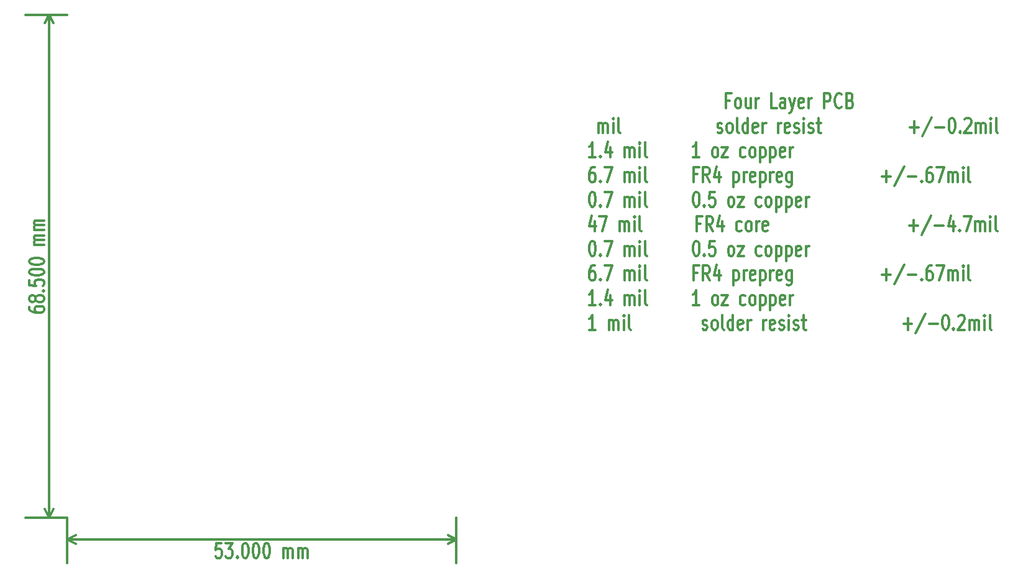
<source format=gbr>
G04 #@! TF.FileFunction,Other,Comment*
%FSLAX46Y46*%
G04 Gerber Fmt 4.6, Leading zero omitted, Abs format (unit mm)*
G04 Created by KiCad (PCBNEW 4.0.6) date 10/15/17 15:06:52*
%MOMM*%
%LPD*%
G01*
G04 APERTURE LIST*
%ADD10C,0.150000*%
%ADD11C,0.304800*%
G04 APERTURE END LIST*
D10*
D11*
X90399145Y47962743D02*
X89891145Y47962743D01*
X89891145Y46898362D02*
X89891145Y48930362D01*
X90616859Y48930362D01*
X91415145Y46898362D02*
X91270003Y46995124D01*
X91197431Y47091886D01*
X91124860Y47285410D01*
X91124860Y47865981D01*
X91197431Y48059505D01*
X91270003Y48156267D01*
X91415145Y48253029D01*
X91632860Y48253029D01*
X91778003Y48156267D01*
X91850574Y48059505D01*
X91923145Y47865981D01*
X91923145Y47285410D01*
X91850574Y47091886D01*
X91778003Y46995124D01*
X91632860Y46898362D01*
X91415145Y46898362D01*
X93229431Y48253029D02*
X93229431Y46898362D01*
X92576288Y48253029D02*
X92576288Y47188648D01*
X92648860Y46995124D01*
X92794002Y46898362D01*
X93011717Y46898362D01*
X93156860Y46995124D01*
X93229431Y47091886D01*
X93955145Y46898362D02*
X93955145Y48253029D01*
X93955145Y47865981D02*
X94027717Y48059505D01*
X94100288Y48156267D01*
X94245431Y48253029D01*
X94390574Y48253029D01*
X96785431Y46898362D02*
X96059717Y46898362D01*
X96059717Y48930362D01*
X97946574Y46898362D02*
X97946574Y47962743D01*
X97874003Y48156267D01*
X97728860Y48253029D01*
X97438574Y48253029D01*
X97293431Y48156267D01*
X97946574Y46995124D02*
X97801431Y46898362D01*
X97438574Y46898362D01*
X97293431Y46995124D01*
X97220860Y47188648D01*
X97220860Y47382171D01*
X97293431Y47575695D01*
X97438574Y47672457D01*
X97801431Y47672457D01*
X97946574Y47769219D01*
X98527145Y48253029D02*
X98890002Y46898362D01*
X99252860Y48253029D02*
X98890002Y46898362D01*
X98744860Y46414552D01*
X98672288Y46317790D01*
X98527145Y46221029D01*
X100414003Y46995124D02*
X100268860Y46898362D01*
X99978574Y46898362D01*
X99833431Y46995124D01*
X99760860Y47188648D01*
X99760860Y47962743D01*
X99833431Y48156267D01*
X99978574Y48253029D01*
X100268860Y48253029D01*
X100414003Y48156267D01*
X100486574Y47962743D01*
X100486574Y47769219D01*
X99760860Y47575695D01*
X101139717Y46898362D02*
X101139717Y48253029D01*
X101139717Y47865981D02*
X101212289Y48059505D01*
X101284860Y48156267D01*
X101430003Y48253029D01*
X101575146Y48253029D01*
X103244289Y46898362D02*
X103244289Y48930362D01*
X103824861Y48930362D01*
X103970003Y48833600D01*
X104042575Y48736838D01*
X104115146Y48543314D01*
X104115146Y48253029D01*
X104042575Y48059505D01*
X103970003Y47962743D01*
X103824861Y47865981D01*
X103244289Y47865981D01*
X105639146Y47091886D02*
X105566575Y46995124D01*
X105348861Y46898362D01*
X105203718Y46898362D01*
X104986003Y46995124D01*
X104840861Y47188648D01*
X104768289Y47382171D01*
X104695718Y47769219D01*
X104695718Y48059505D01*
X104768289Y48446552D01*
X104840861Y48640076D01*
X104986003Y48833600D01*
X105203718Y48930362D01*
X105348861Y48930362D01*
X105566575Y48833600D01*
X105639146Y48736838D01*
X106800289Y47962743D02*
X107018003Y47865981D01*
X107090575Y47769219D01*
X107163146Y47575695D01*
X107163146Y47285410D01*
X107090575Y47091886D01*
X107018003Y46995124D01*
X106872861Y46898362D01*
X106292289Y46898362D01*
X106292289Y48930362D01*
X106800289Y48930362D01*
X106945432Y48833600D01*
X107018003Y48736838D01*
X107090575Y48543314D01*
X107090575Y48349790D01*
X107018003Y48156267D01*
X106945432Y48059505D01*
X106800289Y47962743D01*
X106292289Y47962743D01*
X72474000Y43545562D02*
X72474000Y44900229D01*
X72474000Y44706705D02*
X72546572Y44803467D01*
X72691714Y44900229D01*
X72909429Y44900229D01*
X73054572Y44803467D01*
X73127143Y44609943D01*
X73127143Y43545562D01*
X73127143Y44609943D02*
X73199714Y44803467D01*
X73344857Y44900229D01*
X73562572Y44900229D01*
X73707714Y44803467D01*
X73780286Y44609943D01*
X73780286Y43545562D01*
X74506000Y43545562D02*
X74506000Y44900229D01*
X74506000Y45577562D02*
X74433429Y45480800D01*
X74506000Y45384038D01*
X74578572Y45480800D01*
X74506000Y45577562D01*
X74506000Y45384038D01*
X75449428Y43545562D02*
X75304286Y43642324D01*
X75231714Y43835848D01*
X75231714Y45577562D01*
X88730002Y43642324D02*
X88875145Y43545562D01*
X89165430Y43545562D01*
X89310573Y43642324D01*
X89383145Y43835848D01*
X89383145Y43932610D01*
X89310573Y44126133D01*
X89165430Y44222895D01*
X88947716Y44222895D01*
X88802573Y44319657D01*
X88730002Y44513181D01*
X88730002Y44609943D01*
X88802573Y44803467D01*
X88947716Y44900229D01*
X89165430Y44900229D01*
X89310573Y44803467D01*
X90254001Y43545562D02*
X90108859Y43642324D01*
X90036287Y43739086D01*
X89963716Y43932610D01*
X89963716Y44513181D01*
X90036287Y44706705D01*
X90108859Y44803467D01*
X90254001Y44900229D01*
X90471716Y44900229D01*
X90616859Y44803467D01*
X90689430Y44706705D01*
X90762001Y44513181D01*
X90762001Y43932610D01*
X90689430Y43739086D01*
X90616859Y43642324D01*
X90471716Y43545562D01*
X90254001Y43545562D01*
X91632858Y43545562D02*
X91487716Y43642324D01*
X91415144Y43835848D01*
X91415144Y45577562D01*
X92866573Y43545562D02*
X92866573Y45577562D01*
X92866573Y43642324D02*
X92721430Y43545562D01*
X92431144Y43545562D01*
X92286002Y43642324D01*
X92213430Y43739086D01*
X92140859Y43932610D01*
X92140859Y44513181D01*
X92213430Y44706705D01*
X92286002Y44803467D01*
X92431144Y44900229D01*
X92721430Y44900229D01*
X92866573Y44803467D01*
X94172859Y43642324D02*
X94027716Y43545562D01*
X93737430Y43545562D01*
X93592287Y43642324D01*
X93519716Y43835848D01*
X93519716Y44609943D01*
X93592287Y44803467D01*
X93737430Y44900229D01*
X94027716Y44900229D01*
X94172859Y44803467D01*
X94245430Y44609943D01*
X94245430Y44416419D01*
X93519716Y44222895D01*
X94898573Y43545562D02*
X94898573Y44900229D01*
X94898573Y44513181D02*
X94971145Y44706705D01*
X95043716Y44803467D01*
X95188859Y44900229D01*
X95334002Y44900229D01*
X97003145Y43545562D02*
X97003145Y44900229D01*
X97003145Y44513181D02*
X97075717Y44706705D01*
X97148288Y44803467D01*
X97293431Y44900229D01*
X97438574Y44900229D01*
X98527146Y43642324D02*
X98382003Y43545562D01*
X98091717Y43545562D01*
X97946574Y43642324D01*
X97874003Y43835848D01*
X97874003Y44609943D01*
X97946574Y44803467D01*
X98091717Y44900229D01*
X98382003Y44900229D01*
X98527146Y44803467D01*
X98599717Y44609943D01*
X98599717Y44416419D01*
X97874003Y44222895D01*
X99180289Y43642324D02*
X99325432Y43545562D01*
X99615717Y43545562D01*
X99760860Y43642324D01*
X99833432Y43835848D01*
X99833432Y43932610D01*
X99760860Y44126133D01*
X99615717Y44222895D01*
X99398003Y44222895D01*
X99252860Y44319657D01*
X99180289Y44513181D01*
X99180289Y44609943D01*
X99252860Y44803467D01*
X99398003Y44900229D01*
X99615717Y44900229D01*
X99760860Y44803467D01*
X100486574Y43545562D02*
X100486574Y44900229D01*
X100486574Y45577562D02*
X100414003Y45480800D01*
X100486574Y45384038D01*
X100559146Y45480800D01*
X100486574Y45577562D01*
X100486574Y45384038D01*
X101139717Y43642324D02*
X101284860Y43545562D01*
X101575145Y43545562D01*
X101720288Y43642324D01*
X101792860Y43835848D01*
X101792860Y43932610D01*
X101720288Y44126133D01*
X101575145Y44222895D01*
X101357431Y44222895D01*
X101212288Y44319657D01*
X101139717Y44513181D01*
X101139717Y44609943D01*
X101212288Y44803467D01*
X101357431Y44900229D01*
X101575145Y44900229D01*
X101720288Y44803467D01*
X102228288Y44900229D02*
X102808859Y44900229D01*
X102446002Y45577562D02*
X102446002Y43835848D01*
X102518574Y43642324D01*
X102663716Y43545562D01*
X102808859Y43545562D01*
X114928289Y44319657D02*
X116089432Y44319657D01*
X115508861Y43545562D02*
X115508861Y45093752D01*
X117903718Y45674324D02*
X116597432Y43061752D01*
X118411717Y44319657D02*
X119572860Y44319657D01*
X120588860Y45577562D02*
X120734003Y45577562D01*
X120879146Y45480800D01*
X120951717Y45384038D01*
X121024288Y45190514D01*
X121096860Y44803467D01*
X121096860Y44319657D01*
X121024288Y43932610D01*
X120951717Y43739086D01*
X120879146Y43642324D01*
X120734003Y43545562D01*
X120588860Y43545562D01*
X120443717Y43642324D01*
X120371146Y43739086D01*
X120298574Y43932610D01*
X120226003Y44319657D01*
X120226003Y44803467D01*
X120298574Y45190514D01*
X120371146Y45384038D01*
X120443717Y45480800D01*
X120588860Y45577562D01*
X121750003Y43739086D02*
X121822575Y43642324D01*
X121750003Y43545562D01*
X121677432Y43642324D01*
X121750003Y43739086D01*
X121750003Y43545562D01*
X122403146Y45384038D02*
X122475717Y45480800D01*
X122620860Y45577562D01*
X122983717Y45577562D01*
X123128860Y45480800D01*
X123201431Y45384038D01*
X123274003Y45190514D01*
X123274003Y44996990D01*
X123201431Y44706705D01*
X122330574Y43545562D01*
X123274003Y43545562D01*
X123927146Y43545562D02*
X123927146Y44900229D01*
X123927146Y44706705D02*
X123999718Y44803467D01*
X124144860Y44900229D01*
X124362575Y44900229D01*
X124507718Y44803467D01*
X124580289Y44609943D01*
X124580289Y43545562D01*
X124580289Y44609943D02*
X124652860Y44803467D01*
X124798003Y44900229D01*
X125015718Y44900229D01*
X125160860Y44803467D01*
X125233432Y44609943D01*
X125233432Y43545562D01*
X125959146Y43545562D02*
X125959146Y44900229D01*
X125959146Y45577562D02*
X125886575Y45480800D01*
X125959146Y45384038D01*
X126031718Y45480800D01*
X125959146Y45577562D01*
X125959146Y45384038D01*
X126902574Y43545562D02*
X126757432Y43642324D01*
X126684860Y43835848D01*
X126684860Y45577562D01*
X72111143Y40192762D02*
X71240286Y40192762D01*
X71675714Y40192762D02*
X71675714Y42224762D01*
X71530571Y41934476D01*
X71385429Y41740952D01*
X71240286Y41644190D01*
X72764286Y40386286D02*
X72836858Y40289524D01*
X72764286Y40192762D01*
X72691715Y40289524D01*
X72764286Y40386286D01*
X72764286Y40192762D01*
X74143143Y41547429D02*
X74143143Y40192762D01*
X73780286Y42321524D02*
X73417429Y40870095D01*
X74360857Y40870095D01*
X76102572Y40192762D02*
X76102572Y41547429D01*
X76102572Y41353905D02*
X76175144Y41450667D01*
X76320286Y41547429D01*
X76538001Y41547429D01*
X76683144Y41450667D01*
X76755715Y41257143D01*
X76755715Y40192762D01*
X76755715Y41257143D02*
X76828286Y41450667D01*
X76973429Y41547429D01*
X77191144Y41547429D01*
X77336286Y41450667D01*
X77408858Y41257143D01*
X77408858Y40192762D01*
X78134572Y40192762D02*
X78134572Y41547429D01*
X78134572Y42224762D02*
X78062001Y42128000D01*
X78134572Y42031238D01*
X78207144Y42128000D01*
X78134572Y42224762D01*
X78134572Y42031238D01*
X79078000Y40192762D02*
X78932858Y40289524D01*
X78860286Y40483048D01*
X78860286Y42224762D01*
X86262573Y40192762D02*
X85391716Y40192762D01*
X85827144Y40192762D02*
X85827144Y42224762D01*
X85682001Y41934476D01*
X85536859Y41740952D01*
X85391716Y41644190D01*
X88294573Y40192762D02*
X88149431Y40289524D01*
X88076859Y40386286D01*
X88004288Y40579810D01*
X88004288Y41160381D01*
X88076859Y41353905D01*
X88149431Y41450667D01*
X88294573Y41547429D01*
X88512288Y41547429D01*
X88657431Y41450667D01*
X88730002Y41353905D01*
X88802573Y41160381D01*
X88802573Y40579810D01*
X88730002Y40386286D01*
X88657431Y40289524D01*
X88512288Y40192762D01*
X88294573Y40192762D01*
X89310573Y41547429D02*
X90108859Y41547429D01*
X89310573Y40192762D01*
X90108859Y40192762D01*
X92503716Y40289524D02*
X92358573Y40192762D01*
X92068287Y40192762D01*
X91923145Y40289524D01*
X91850573Y40386286D01*
X91778002Y40579810D01*
X91778002Y41160381D01*
X91850573Y41353905D01*
X91923145Y41450667D01*
X92068287Y41547429D01*
X92358573Y41547429D01*
X92503716Y41450667D01*
X93374573Y40192762D02*
X93229431Y40289524D01*
X93156859Y40386286D01*
X93084288Y40579810D01*
X93084288Y41160381D01*
X93156859Y41353905D01*
X93229431Y41450667D01*
X93374573Y41547429D01*
X93592288Y41547429D01*
X93737431Y41450667D01*
X93810002Y41353905D01*
X93882573Y41160381D01*
X93882573Y40579810D01*
X93810002Y40386286D01*
X93737431Y40289524D01*
X93592288Y40192762D01*
X93374573Y40192762D01*
X94535716Y41547429D02*
X94535716Y39515429D01*
X94535716Y41450667D02*
X94680859Y41547429D01*
X94971145Y41547429D01*
X95116288Y41450667D01*
X95188859Y41353905D01*
X95261430Y41160381D01*
X95261430Y40579810D01*
X95188859Y40386286D01*
X95116288Y40289524D01*
X94971145Y40192762D01*
X94680859Y40192762D01*
X94535716Y40289524D01*
X95914573Y41547429D02*
X95914573Y39515429D01*
X95914573Y41450667D02*
X96059716Y41547429D01*
X96350002Y41547429D01*
X96495145Y41450667D01*
X96567716Y41353905D01*
X96640287Y41160381D01*
X96640287Y40579810D01*
X96567716Y40386286D01*
X96495145Y40289524D01*
X96350002Y40192762D01*
X96059716Y40192762D01*
X95914573Y40289524D01*
X97874002Y40289524D02*
X97728859Y40192762D01*
X97438573Y40192762D01*
X97293430Y40289524D01*
X97220859Y40483048D01*
X97220859Y41257143D01*
X97293430Y41450667D01*
X97438573Y41547429D01*
X97728859Y41547429D01*
X97874002Y41450667D01*
X97946573Y41257143D01*
X97946573Y41063619D01*
X97220859Y40870095D01*
X98599716Y40192762D02*
X98599716Y41547429D01*
X98599716Y41160381D02*
X98672288Y41353905D01*
X98744859Y41450667D01*
X98890002Y41547429D01*
X99035145Y41547429D01*
X71966000Y38871962D02*
X71675714Y38871962D01*
X71530571Y38775200D01*
X71458000Y38678438D01*
X71312857Y38388152D01*
X71240286Y38001105D01*
X71240286Y37227010D01*
X71312857Y37033486D01*
X71385429Y36936724D01*
X71530571Y36839962D01*
X71820857Y36839962D01*
X71966000Y36936724D01*
X72038571Y37033486D01*
X72111143Y37227010D01*
X72111143Y37710819D01*
X72038571Y37904343D01*
X71966000Y38001105D01*
X71820857Y38097867D01*
X71530571Y38097867D01*
X71385429Y38001105D01*
X71312857Y37904343D01*
X71240286Y37710819D01*
X72764286Y37033486D02*
X72836858Y36936724D01*
X72764286Y36839962D01*
X72691715Y36936724D01*
X72764286Y37033486D01*
X72764286Y36839962D01*
X73344857Y38871962D02*
X74360857Y38871962D01*
X73707714Y36839962D01*
X76102572Y36839962D02*
X76102572Y38194629D01*
X76102572Y38001105D02*
X76175144Y38097867D01*
X76320286Y38194629D01*
X76538001Y38194629D01*
X76683144Y38097867D01*
X76755715Y37904343D01*
X76755715Y36839962D01*
X76755715Y37904343D02*
X76828286Y38097867D01*
X76973429Y38194629D01*
X77191144Y38194629D01*
X77336286Y38097867D01*
X77408858Y37904343D01*
X77408858Y36839962D01*
X78134572Y36839962D02*
X78134572Y38194629D01*
X78134572Y38871962D02*
X78062001Y38775200D01*
X78134572Y38678438D01*
X78207144Y38775200D01*
X78134572Y38871962D01*
X78134572Y38678438D01*
X79078000Y36839962D02*
X78932858Y36936724D01*
X78860286Y37130248D01*
X78860286Y38871962D01*
X85972287Y37904343D02*
X85464287Y37904343D01*
X85464287Y36839962D02*
X85464287Y38871962D01*
X86190001Y38871962D01*
X87641430Y36839962D02*
X87133430Y37807581D01*
X86770573Y36839962D02*
X86770573Y38871962D01*
X87351145Y38871962D01*
X87496287Y38775200D01*
X87568859Y38678438D01*
X87641430Y38484914D01*
X87641430Y38194629D01*
X87568859Y38001105D01*
X87496287Y37904343D01*
X87351145Y37807581D01*
X86770573Y37807581D01*
X88947716Y38194629D02*
X88947716Y36839962D01*
X88584859Y38968724D02*
X88222002Y37517295D01*
X89165430Y37517295D01*
X90907145Y38194629D02*
X90907145Y36162629D01*
X90907145Y38097867D02*
X91052288Y38194629D01*
X91342574Y38194629D01*
X91487717Y38097867D01*
X91560288Y38001105D01*
X91632859Y37807581D01*
X91632859Y37227010D01*
X91560288Y37033486D01*
X91487717Y36936724D01*
X91342574Y36839962D01*
X91052288Y36839962D01*
X90907145Y36936724D01*
X92286002Y36839962D02*
X92286002Y38194629D01*
X92286002Y37807581D02*
X92358574Y38001105D01*
X92431145Y38097867D01*
X92576288Y38194629D01*
X92721431Y38194629D01*
X93810003Y36936724D02*
X93664860Y36839962D01*
X93374574Y36839962D01*
X93229431Y36936724D01*
X93156860Y37130248D01*
X93156860Y37904343D01*
X93229431Y38097867D01*
X93374574Y38194629D01*
X93664860Y38194629D01*
X93810003Y38097867D01*
X93882574Y37904343D01*
X93882574Y37710819D01*
X93156860Y37517295D01*
X94535717Y38194629D02*
X94535717Y36162629D01*
X94535717Y38097867D02*
X94680860Y38194629D01*
X94971146Y38194629D01*
X95116289Y38097867D01*
X95188860Y38001105D01*
X95261431Y37807581D01*
X95261431Y37227010D01*
X95188860Y37033486D01*
X95116289Y36936724D01*
X94971146Y36839962D01*
X94680860Y36839962D01*
X94535717Y36936724D01*
X95914574Y36839962D02*
X95914574Y38194629D01*
X95914574Y37807581D02*
X95987146Y38001105D01*
X96059717Y38097867D01*
X96204860Y38194629D01*
X96350003Y38194629D01*
X97438575Y36936724D02*
X97293432Y36839962D01*
X97003146Y36839962D01*
X96858003Y36936724D01*
X96785432Y37130248D01*
X96785432Y37904343D01*
X96858003Y38097867D01*
X97003146Y38194629D01*
X97293432Y38194629D01*
X97438575Y38097867D01*
X97511146Y37904343D01*
X97511146Y37710819D01*
X96785432Y37517295D01*
X98817432Y38194629D02*
X98817432Y36549676D01*
X98744861Y36356152D01*
X98672289Y36259390D01*
X98527146Y36162629D01*
X98309432Y36162629D01*
X98164289Y36259390D01*
X98817432Y36936724D02*
X98672289Y36839962D01*
X98382003Y36839962D01*
X98236861Y36936724D01*
X98164289Y37033486D01*
X98091718Y37227010D01*
X98091718Y37807581D01*
X98164289Y38001105D01*
X98236861Y38097867D01*
X98382003Y38194629D01*
X98672289Y38194629D01*
X98817432Y38097867D01*
X111154576Y37614057D02*
X112315719Y37614057D01*
X111735148Y36839962D02*
X111735148Y38388152D01*
X114130005Y38968724D02*
X112823719Y36356152D01*
X114638004Y37614057D02*
X115799147Y37614057D01*
X116524861Y37033486D02*
X116597433Y36936724D01*
X116524861Y36839962D01*
X116452290Y36936724D01*
X116524861Y37033486D01*
X116524861Y36839962D01*
X117903718Y38871962D02*
X117613432Y38871962D01*
X117468289Y38775200D01*
X117395718Y38678438D01*
X117250575Y38388152D01*
X117178004Y38001105D01*
X117178004Y37227010D01*
X117250575Y37033486D01*
X117323147Y36936724D01*
X117468289Y36839962D01*
X117758575Y36839962D01*
X117903718Y36936724D01*
X117976289Y37033486D01*
X118048861Y37227010D01*
X118048861Y37710819D01*
X117976289Y37904343D01*
X117903718Y38001105D01*
X117758575Y38097867D01*
X117468289Y38097867D01*
X117323147Y38001105D01*
X117250575Y37904343D01*
X117178004Y37710819D01*
X118556861Y38871962D02*
X119572861Y38871962D01*
X118919718Y36839962D01*
X120153433Y36839962D02*
X120153433Y38194629D01*
X120153433Y38001105D02*
X120226005Y38097867D01*
X120371147Y38194629D01*
X120588862Y38194629D01*
X120734005Y38097867D01*
X120806576Y37904343D01*
X120806576Y36839962D01*
X120806576Y37904343D02*
X120879147Y38097867D01*
X121024290Y38194629D01*
X121242005Y38194629D01*
X121387147Y38097867D01*
X121459719Y37904343D01*
X121459719Y36839962D01*
X122185433Y36839962D02*
X122185433Y38194629D01*
X122185433Y38871962D02*
X122112862Y38775200D01*
X122185433Y38678438D01*
X122258005Y38775200D01*
X122185433Y38871962D01*
X122185433Y38678438D01*
X123128861Y36839962D02*
X122983719Y36936724D01*
X122911147Y37130248D01*
X122911147Y38871962D01*
X71603143Y35519162D02*
X71748286Y35519162D01*
X71893429Y35422400D01*
X71966000Y35325638D01*
X72038571Y35132114D01*
X72111143Y34745067D01*
X72111143Y34261257D01*
X72038571Y33874210D01*
X71966000Y33680686D01*
X71893429Y33583924D01*
X71748286Y33487162D01*
X71603143Y33487162D01*
X71458000Y33583924D01*
X71385429Y33680686D01*
X71312857Y33874210D01*
X71240286Y34261257D01*
X71240286Y34745067D01*
X71312857Y35132114D01*
X71385429Y35325638D01*
X71458000Y35422400D01*
X71603143Y35519162D01*
X72764286Y33680686D02*
X72836858Y33583924D01*
X72764286Y33487162D01*
X72691715Y33583924D01*
X72764286Y33680686D01*
X72764286Y33487162D01*
X73344857Y35519162D02*
X74360857Y35519162D01*
X73707714Y33487162D01*
X76102572Y33487162D02*
X76102572Y34841829D01*
X76102572Y34648305D02*
X76175144Y34745067D01*
X76320286Y34841829D01*
X76538001Y34841829D01*
X76683144Y34745067D01*
X76755715Y34551543D01*
X76755715Y33487162D01*
X76755715Y34551543D02*
X76828286Y34745067D01*
X76973429Y34841829D01*
X77191144Y34841829D01*
X77336286Y34745067D01*
X77408858Y34551543D01*
X77408858Y33487162D01*
X78134572Y33487162D02*
X78134572Y34841829D01*
X78134572Y35519162D02*
X78062001Y35422400D01*
X78134572Y35325638D01*
X78207144Y35422400D01*
X78134572Y35519162D01*
X78134572Y35325638D01*
X79078000Y33487162D02*
X78932858Y33583924D01*
X78860286Y33777448D01*
X78860286Y35519162D01*
X85754573Y35519162D02*
X85899716Y35519162D01*
X86044859Y35422400D01*
X86117430Y35325638D01*
X86190001Y35132114D01*
X86262573Y34745067D01*
X86262573Y34261257D01*
X86190001Y33874210D01*
X86117430Y33680686D01*
X86044859Y33583924D01*
X85899716Y33487162D01*
X85754573Y33487162D01*
X85609430Y33583924D01*
X85536859Y33680686D01*
X85464287Y33874210D01*
X85391716Y34261257D01*
X85391716Y34745067D01*
X85464287Y35132114D01*
X85536859Y35325638D01*
X85609430Y35422400D01*
X85754573Y35519162D01*
X86915716Y33680686D02*
X86988288Y33583924D01*
X86915716Y33487162D01*
X86843145Y33583924D01*
X86915716Y33680686D01*
X86915716Y33487162D01*
X88367144Y35519162D02*
X87641430Y35519162D01*
X87568859Y34551543D01*
X87641430Y34648305D01*
X87786573Y34745067D01*
X88149430Y34745067D01*
X88294573Y34648305D01*
X88367144Y34551543D01*
X88439716Y34358019D01*
X88439716Y33874210D01*
X88367144Y33680686D01*
X88294573Y33583924D01*
X88149430Y33487162D01*
X87786573Y33487162D01*
X87641430Y33583924D01*
X87568859Y33680686D01*
X90471716Y33487162D02*
X90326574Y33583924D01*
X90254002Y33680686D01*
X90181431Y33874210D01*
X90181431Y34454781D01*
X90254002Y34648305D01*
X90326574Y34745067D01*
X90471716Y34841829D01*
X90689431Y34841829D01*
X90834574Y34745067D01*
X90907145Y34648305D01*
X90979716Y34454781D01*
X90979716Y33874210D01*
X90907145Y33680686D01*
X90834574Y33583924D01*
X90689431Y33487162D01*
X90471716Y33487162D01*
X91487716Y34841829D02*
X92286002Y34841829D01*
X91487716Y33487162D01*
X92286002Y33487162D01*
X94680859Y33583924D02*
X94535716Y33487162D01*
X94245430Y33487162D01*
X94100288Y33583924D01*
X94027716Y33680686D01*
X93955145Y33874210D01*
X93955145Y34454781D01*
X94027716Y34648305D01*
X94100288Y34745067D01*
X94245430Y34841829D01*
X94535716Y34841829D01*
X94680859Y34745067D01*
X95551716Y33487162D02*
X95406574Y33583924D01*
X95334002Y33680686D01*
X95261431Y33874210D01*
X95261431Y34454781D01*
X95334002Y34648305D01*
X95406574Y34745067D01*
X95551716Y34841829D01*
X95769431Y34841829D01*
X95914574Y34745067D01*
X95987145Y34648305D01*
X96059716Y34454781D01*
X96059716Y33874210D01*
X95987145Y33680686D01*
X95914574Y33583924D01*
X95769431Y33487162D01*
X95551716Y33487162D01*
X96712859Y34841829D02*
X96712859Y32809829D01*
X96712859Y34745067D02*
X96858002Y34841829D01*
X97148288Y34841829D01*
X97293431Y34745067D01*
X97366002Y34648305D01*
X97438573Y34454781D01*
X97438573Y33874210D01*
X97366002Y33680686D01*
X97293431Y33583924D01*
X97148288Y33487162D01*
X96858002Y33487162D01*
X96712859Y33583924D01*
X98091716Y34841829D02*
X98091716Y32809829D01*
X98091716Y34745067D02*
X98236859Y34841829D01*
X98527145Y34841829D01*
X98672288Y34745067D01*
X98744859Y34648305D01*
X98817430Y34454781D01*
X98817430Y33874210D01*
X98744859Y33680686D01*
X98672288Y33583924D01*
X98527145Y33487162D01*
X98236859Y33487162D01*
X98091716Y33583924D01*
X100051145Y33583924D02*
X99906002Y33487162D01*
X99615716Y33487162D01*
X99470573Y33583924D01*
X99398002Y33777448D01*
X99398002Y34551543D01*
X99470573Y34745067D01*
X99615716Y34841829D01*
X99906002Y34841829D01*
X100051145Y34745067D01*
X100123716Y34551543D01*
X100123716Y34358019D01*
X99398002Y34164495D01*
X100776859Y33487162D02*
X100776859Y34841829D01*
X100776859Y34454781D02*
X100849431Y34648305D01*
X100922002Y34745067D01*
X101067145Y34841829D01*
X101212288Y34841829D01*
X71966000Y31489029D02*
X71966000Y30134362D01*
X71603143Y32263124D02*
X71240286Y30811695D01*
X72183714Y30811695D01*
X72619143Y32166362D02*
X73635143Y32166362D01*
X72982000Y30134362D01*
X75376858Y30134362D02*
X75376858Y31489029D01*
X75376858Y31295505D02*
X75449430Y31392267D01*
X75594572Y31489029D01*
X75812287Y31489029D01*
X75957430Y31392267D01*
X76030001Y31198743D01*
X76030001Y30134362D01*
X76030001Y31198743D02*
X76102572Y31392267D01*
X76247715Y31489029D01*
X76465430Y31489029D01*
X76610572Y31392267D01*
X76683144Y31198743D01*
X76683144Y30134362D01*
X77408858Y30134362D02*
X77408858Y31489029D01*
X77408858Y32166362D02*
X77336287Y32069600D01*
X77408858Y31972838D01*
X77481430Y32069600D01*
X77408858Y32166362D01*
X77408858Y31972838D01*
X78352286Y30134362D02*
X78207144Y30231124D01*
X78134572Y30424648D01*
X78134572Y32166362D01*
X86407716Y31198743D02*
X85899716Y31198743D01*
X85899716Y30134362D02*
X85899716Y32166362D01*
X86625430Y32166362D01*
X88076859Y30134362D02*
X87568859Y31101981D01*
X87206002Y30134362D02*
X87206002Y32166362D01*
X87786574Y32166362D01*
X87931716Y32069600D01*
X88004288Y31972838D01*
X88076859Y31779314D01*
X88076859Y31489029D01*
X88004288Y31295505D01*
X87931716Y31198743D01*
X87786574Y31101981D01*
X87206002Y31101981D01*
X89383145Y31489029D02*
X89383145Y30134362D01*
X89020288Y32263124D02*
X88657431Y30811695D01*
X89600859Y30811695D01*
X91995717Y30231124D02*
X91850574Y30134362D01*
X91560288Y30134362D01*
X91415146Y30231124D01*
X91342574Y30327886D01*
X91270003Y30521410D01*
X91270003Y31101981D01*
X91342574Y31295505D01*
X91415146Y31392267D01*
X91560288Y31489029D01*
X91850574Y31489029D01*
X91995717Y31392267D01*
X92866574Y30134362D02*
X92721432Y30231124D01*
X92648860Y30327886D01*
X92576289Y30521410D01*
X92576289Y31101981D01*
X92648860Y31295505D01*
X92721432Y31392267D01*
X92866574Y31489029D01*
X93084289Y31489029D01*
X93229432Y31392267D01*
X93302003Y31295505D01*
X93374574Y31101981D01*
X93374574Y30521410D01*
X93302003Y30327886D01*
X93229432Y30231124D01*
X93084289Y30134362D01*
X92866574Y30134362D01*
X94027717Y30134362D02*
X94027717Y31489029D01*
X94027717Y31101981D02*
X94100289Y31295505D01*
X94172860Y31392267D01*
X94318003Y31489029D01*
X94463146Y31489029D01*
X95551718Y30231124D02*
X95406575Y30134362D01*
X95116289Y30134362D01*
X94971146Y30231124D01*
X94898575Y30424648D01*
X94898575Y31198743D01*
X94971146Y31392267D01*
X95116289Y31489029D01*
X95406575Y31489029D01*
X95551718Y31392267D01*
X95624289Y31198743D01*
X95624289Y31005219D01*
X94898575Y30811695D01*
X114855720Y30908457D02*
X116016863Y30908457D01*
X115436292Y30134362D02*
X115436292Y31682552D01*
X117831149Y32263124D02*
X116524863Y29650552D01*
X118339148Y30908457D02*
X119500291Y30908457D01*
X120879148Y31489029D02*
X120879148Y30134362D01*
X120516291Y32263124D02*
X120153434Y30811695D01*
X121096862Y30811695D01*
X121677434Y30327886D02*
X121750006Y30231124D01*
X121677434Y30134362D01*
X121604863Y30231124D01*
X121677434Y30327886D01*
X121677434Y30134362D01*
X122258005Y32166362D02*
X123274005Y32166362D01*
X122620862Y30134362D01*
X123854577Y30134362D02*
X123854577Y31489029D01*
X123854577Y31295505D02*
X123927149Y31392267D01*
X124072291Y31489029D01*
X124290006Y31489029D01*
X124435149Y31392267D01*
X124507720Y31198743D01*
X124507720Y30134362D01*
X124507720Y31198743D02*
X124580291Y31392267D01*
X124725434Y31489029D01*
X124943149Y31489029D01*
X125088291Y31392267D01*
X125160863Y31198743D01*
X125160863Y30134362D01*
X125886577Y30134362D02*
X125886577Y31489029D01*
X125886577Y32166362D02*
X125814006Y32069600D01*
X125886577Y31972838D01*
X125959149Y32069600D01*
X125886577Y32166362D01*
X125886577Y31972838D01*
X126830005Y30134362D02*
X126684863Y30231124D01*
X126612291Y30424648D01*
X126612291Y32166362D01*
X71603143Y28813562D02*
X71748286Y28813562D01*
X71893429Y28716800D01*
X71966000Y28620038D01*
X72038571Y28426514D01*
X72111143Y28039467D01*
X72111143Y27555657D01*
X72038571Y27168610D01*
X71966000Y26975086D01*
X71893429Y26878324D01*
X71748286Y26781562D01*
X71603143Y26781562D01*
X71458000Y26878324D01*
X71385429Y26975086D01*
X71312857Y27168610D01*
X71240286Y27555657D01*
X71240286Y28039467D01*
X71312857Y28426514D01*
X71385429Y28620038D01*
X71458000Y28716800D01*
X71603143Y28813562D01*
X72764286Y26975086D02*
X72836858Y26878324D01*
X72764286Y26781562D01*
X72691715Y26878324D01*
X72764286Y26975086D01*
X72764286Y26781562D01*
X73344857Y28813562D02*
X74360857Y28813562D01*
X73707714Y26781562D01*
X76102572Y26781562D02*
X76102572Y28136229D01*
X76102572Y27942705D02*
X76175144Y28039467D01*
X76320286Y28136229D01*
X76538001Y28136229D01*
X76683144Y28039467D01*
X76755715Y27845943D01*
X76755715Y26781562D01*
X76755715Y27845943D02*
X76828286Y28039467D01*
X76973429Y28136229D01*
X77191144Y28136229D01*
X77336286Y28039467D01*
X77408858Y27845943D01*
X77408858Y26781562D01*
X78134572Y26781562D02*
X78134572Y28136229D01*
X78134572Y28813562D02*
X78062001Y28716800D01*
X78134572Y28620038D01*
X78207144Y28716800D01*
X78134572Y28813562D01*
X78134572Y28620038D01*
X79078000Y26781562D02*
X78932858Y26878324D01*
X78860286Y27071848D01*
X78860286Y28813562D01*
X85754573Y28813562D02*
X85899716Y28813562D01*
X86044859Y28716800D01*
X86117430Y28620038D01*
X86190001Y28426514D01*
X86262573Y28039467D01*
X86262573Y27555657D01*
X86190001Y27168610D01*
X86117430Y26975086D01*
X86044859Y26878324D01*
X85899716Y26781562D01*
X85754573Y26781562D01*
X85609430Y26878324D01*
X85536859Y26975086D01*
X85464287Y27168610D01*
X85391716Y27555657D01*
X85391716Y28039467D01*
X85464287Y28426514D01*
X85536859Y28620038D01*
X85609430Y28716800D01*
X85754573Y28813562D01*
X86915716Y26975086D02*
X86988288Y26878324D01*
X86915716Y26781562D01*
X86843145Y26878324D01*
X86915716Y26975086D01*
X86915716Y26781562D01*
X88367144Y28813562D02*
X87641430Y28813562D01*
X87568859Y27845943D01*
X87641430Y27942705D01*
X87786573Y28039467D01*
X88149430Y28039467D01*
X88294573Y27942705D01*
X88367144Y27845943D01*
X88439716Y27652419D01*
X88439716Y27168610D01*
X88367144Y26975086D01*
X88294573Y26878324D01*
X88149430Y26781562D01*
X87786573Y26781562D01*
X87641430Y26878324D01*
X87568859Y26975086D01*
X90471716Y26781562D02*
X90326574Y26878324D01*
X90254002Y26975086D01*
X90181431Y27168610D01*
X90181431Y27749181D01*
X90254002Y27942705D01*
X90326574Y28039467D01*
X90471716Y28136229D01*
X90689431Y28136229D01*
X90834574Y28039467D01*
X90907145Y27942705D01*
X90979716Y27749181D01*
X90979716Y27168610D01*
X90907145Y26975086D01*
X90834574Y26878324D01*
X90689431Y26781562D01*
X90471716Y26781562D01*
X91487716Y28136229D02*
X92286002Y28136229D01*
X91487716Y26781562D01*
X92286002Y26781562D01*
X94680859Y26878324D02*
X94535716Y26781562D01*
X94245430Y26781562D01*
X94100288Y26878324D01*
X94027716Y26975086D01*
X93955145Y27168610D01*
X93955145Y27749181D01*
X94027716Y27942705D01*
X94100288Y28039467D01*
X94245430Y28136229D01*
X94535716Y28136229D01*
X94680859Y28039467D01*
X95551716Y26781562D02*
X95406574Y26878324D01*
X95334002Y26975086D01*
X95261431Y27168610D01*
X95261431Y27749181D01*
X95334002Y27942705D01*
X95406574Y28039467D01*
X95551716Y28136229D01*
X95769431Y28136229D01*
X95914574Y28039467D01*
X95987145Y27942705D01*
X96059716Y27749181D01*
X96059716Y27168610D01*
X95987145Y26975086D01*
X95914574Y26878324D01*
X95769431Y26781562D01*
X95551716Y26781562D01*
X96712859Y28136229D02*
X96712859Y26104229D01*
X96712859Y28039467D02*
X96858002Y28136229D01*
X97148288Y28136229D01*
X97293431Y28039467D01*
X97366002Y27942705D01*
X97438573Y27749181D01*
X97438573Y27168610D01*
X97366002Y26975086D01*
X97293431Y26878324D01*
X97148288Y26781562D01*
X96858002Y26781562D01*
X96712859Y26878324D01*
X98091716Y28136229D02*
X98091716Y26104229D01*
X98091716Y28039467D02*
X98236859Y28136229D01*
X98527145Y28136229D01*
X98672288Y28039467D01*
X98744859Y27942705D01*
X98817430Y27749181D01*
X98817430Y27168610D01*
X98744859Y26975086D01*
X98672288Y26878324D01*
X98527145Y26781562D01*
X98236859Y26781562D01*
X98091716Y26878324D01*
X100051145Y26878324D02*
X99906002Y26781562D01*
X99615716Y26781562D01*
X99470573Y26878324D01*
X99398002Y27071848D01*
X99398002Y27845943D01*
X99470573Y28039467D01*
X99615716Y28136229D01*
X99906002Y28136229D01*
X100051145Y28039467D01*
X100123716Y27845943D01*
X100123716Y27652419D01*
X99398002Y27458895D01*
X100776859Y26781562D02*
X100776859Y28136229D01*
X100776859Y27749181D02*
X100849431Y27942705D01*
X100922002Y28039467D01*
X101067145Y28136229D01*
X101212288Y28136229D01*
X71966000Y25460762D02*
X71675714Y25460762D01*
X71530571Y25364000D01*
X71458000Y25267238D01*
X71312857Y24976952D01*
X71240286Y24589905D01*
X71240286Y23815810D01*
X71312857Y23622286D01*
X71385429Y23525524D01*
X71530571Y23428762D01*
X71820857Y23428762D01*
X71966000Y23525524D01*
X72038571Y23622286D01*
X72111143Y23815810D01*
X72111143Y24299619D01*
X72038571Y24493143D01*
X71966000Y24589905D01*
X71820857Y24686667D01*
X71530571Y24686667D01*
X71385429Y24589905D01*
X71312857Y24493143D01*
X71240286Y24299619D01*
X72764286Y23622286D02*
X72836858Y23525524D01*
X72764286Y23428762D01*
X72691715Y23525524D01*
X72764286Y23622286D01*
X72764286Y23428762D01*
X73344857Y25460762D02*
X74360857Y25460762D01*
X73707714Y23428762D01*
X76102572Y23428762D02*
X76102572Y24783429D01*
X76102572Y24589905D02*
X76175144Y24686667D01*
X76320286Y24783429D01*
X76538001Y24783429D01*
X76683144Y24686667D01*
X76755715Y24493143D01*
X76755715Y23428762D01*
X76755715Y24493143D02*
X76828286Y24686667D01*
X76973429Y24783429D01*
X77191144Y24783429D01*
X77336286Y24686667D01*
X77408858Y24493143D01*
X77408858Y23428762D01*
X78134572Y23428762D02*
X78134572Y24783429D01*
X78134572Y25460762D02*
X78062001Y25364000D01*
X78134572Y25267238D01*
X78207144Y25364000D01*
X78134572Y25460762D01*
X78134572Y25267238D01*
X79078000Y23428762D02*
X78932858Y23525524D01*
X78860286Y23719048D01*
X78860286Y25460762D01*
X85972287Y24493143D02*
X85464287Y24493143D01*
X85464287Y23428762D02*
X85464287Y25460762D01*
X86190001Y25460762D01*
X87641430Y23428762D02*
X87133430Y24396381D01*
X86770573Y23428762D02*
X86770573Y25460762D01*
X87351145Y25460762D01*
X87496287Y25364000D01*
X87568859Y25267238D01*
X87641430Y25073714D01*
X87641430Y24783429D01*
X87568859Y24589905D01*
X87496287Y24493143D01*
X87351145Y24396381D01*
X86770573Y24396381D01*
X88947716Y24783429D02*
X88947716Y23428762D01*
X88584859Y25557524D02*
X88222002Y24106095D01*
X89165430Y24106095D01*
X90907145Y24783429D02*
X90907145Y22751429D01*
X90907145Y24686667D02*
X91052288Y24783429D01*
X91342574Y24783429D01*
X91487717Y24686667D01*
X91560288Y24589905D01*
X91632859Y24396381D01*
X91632859Y23815810D01*
X91560288Y23622286D01*
X91487717Y23525524D01*
X91342574Y23428762D01*
X91052288Y23428762D01*
X90907145Y23525524D01*
X92286002Y23428762D02*
X92286002Y24783429D01*
X92286002Y24396381D02*
X92358574Y24589905D01*
X92431145Y24686667D01*
X92576288Y24783429D01*
X92721431Y24783429D01*
X93810003Y23525524D02*
X93664860Y23428762D01*
X93374574Y23428762D01*
X93229431Y23525524D01*
X93156860Y23719048D01*
X93156860Y24493143D01*
X93229431Y24686667D01*
X93374574Y24783429D01*
X93664860Y24783429D01*
X93810003Y24686667D01*
X93882574Y24493143D01*
X93882574Y24299619D01*
X93156860Y24106095D01*
X94535717Y24783429D02*
X94535717Y22751429D01*
X94535717Y24686667D02*
X94680860Y24783429D01*
X94971146Y24783429D01*
X95116289Y24686667D01*
X95188860Y24589905D01*
X95261431Y24396381D01*
X95261431Y23815810D01*
X95188860Y23622286D01*
X95116289Y23525524D01*
X94971146Y23428762D01*
X94680860Y23428762D01*
X94535717Y23525524D01*
X95914574Y23428762D02*
X95914574Y24783429D01*
X95914574Y24396381D02*
X95987146Y24589905D01*
X96059717Y24686667D01*
X96204860Y24783429D01*
X96350003Y24783429D01*
X97438575Y23525524D02*
X97293432Y23428762D01*
X97003146Y23428762D01*
X96858003Y23525524D01*
X96785432Y23719048D01*
X96785432Y24493143D01*
X96858003Y24686667D01*
X97003146Y24783429D01*
X97293432Y24783429D01*
X97438575Y24686667D01*
X97511146Y24493143D01*
X97511146Y24299619D01*
X96785432Y24106095D01*
X98817432Y24783429D02*
X98817432Y23138476D01*
X98744861Y22944952D01*
X98672289Y22848190D01*
X98527146Y22751429D01*
X98309432Y22751429D01*
X98164289Y22848190D01*
X98817432Y23525524D02*
X98672289Y23428762D01*
X98382003Y23428762D01*
X98236861Y23525524D01*
X98164289Y23622286D01*
X98091718Y23815810D01*
X98091718Y24396381D01*
X98164289Y24589905D01*
X98236861Y24686667D01*
X98382003Y24783429D01*
X98672289Y24783429D01*
X98817432Y24686667D01*
X111154576Y24202857D02*
X112315719Y24202857D01*
X111735148Y23428762D02*
X111735148Y24976952D01*
X114130005Y25557524D02*
X112823719Y22944952D01*
X114638004Y24202857D02*
X115799147Y24202857D01*
X116524861Y23622286D02*
X116597433Y23525524D01*
X116524861Y23428762D01*
X116452290Y23525524D01*
X116524861Y23622286D01*
X116524861Y23428762D01*
X117903718Y25460762D02*
X117613432Y25460762D01*
X117468289Y25364000D01*
X117395718Y25267238D01*
X117250575Y24976952D01*
X117178004Y24589905D01*
X117178004Y23815810D01*
X117250575Y23622286D01*
X117323147Y23525524D01*
X117468289Y23428762D01*
X117758575Y23428762D01*
X117903718Y23525524D01*
X117976289Y23622286D01*
X118048861Y23815810D01*
X118048861Y24299619D01*
X117976289Y24493143D01*
X117903718Y24589905D01*
X117758575Y24686667D01*
X117468289Y24686667D01*
X117323147Y24589905D01*
X117250575Y24493143D01*
X117178004Y24299619D01*
X118556861Y25460762D02*
X119572861Y25460762D01*
X118919718Y23428762D01*
X120153433Y23428762D02*
X120153433Y24783429D01*
X120153433Y24589905D02*
X120226005Y24686667D01*
X120371147Y24783429D01*
X120588862Y24783429D01*
X120734005Y24686667D01*
X120806576Y24493143D01*
X120806576Y23428762D01*
X120806576Y24493143D02*
X120879147Y24686667D01*
X121024290Y24783429D01*
X121242005Y24783429D01*
X121387147Y24686667D01*
X121459719Y24493143D01*
X121459719Y23428762D01*
X122185433Y23428762D02*
X122185433Y24783429D01*
X122185433Y25460762D02*
X122112862Y25364000D01*
X122185433Y25267238D01*
X122258005Y25364000D01*
X122185433Y25460762D01*
X122185433Y25267238D01*
X123128861Y23428762D02*
X122983719Y23525524D01*
X122911147Y23719048D01*
X122911147Y25460762D01*
X72111143Y20075962D02*
X71240286Y20075962D01*
X71675714Y20075962D02*
X71675714Y22107962D01*
X71530571Y21817676D01*
X71385429Y21624152D01*
X71240286Y21527390D01*
X72764286Y20269486D02*
X72836858Y20172724D01*
X72764286Y20075962D01*
X72691715Y20172724D01*
X72764286Y20269486D01*
X72764286Y20075962D01*
X74143143Y21430629D02*
X74143143Y20075962D01*
X73780286Y22204724D02*
X73417429Y20753295D01*
X74360857Y20753295D01*
X76102572Y20075962D02*
X76102572Y21430629D01*
X76102572Y21237105D02*
X76175144Y21333867D01*
X76320286Y21430629D01*
X76538001Y21430629D01*
X76683144Y21333867D01*
X76755715Y21140343D01*
X76755715Y20075962D01*
X76755715Y21140343D02*
X76828286Y21333867D01*
X76973429Y21430629D01*
X77191144Y21430629D01*
X77336286Y21333867D01*
X77408858Y21140343D01*
X77408858Y20075962D01*
X78134572Y20075962D02*
X78134572Y21430629D01*
X78134572Y22107962D02*
X78062001Y22011200D01*
X78134572Y21914438D01*
X78207144Y22011200D01*
X78134572Y22107962D01*
X78134572Y21914438D01*
X79078000Y20075962D02*
X78932858Y20172724D01*
X78860286Y20366248D01*
X78860286Y22107962D01*
X86262573Y20075962D02*
X85391716Y20075962D01*
X85827144Y20075962D02*
X85827144Y22107962D01*
X85682001Y21817676D01*
X85536859Y21624152D01*
X85391716Y21527390D01*
X88294573Y20075962D02*
X88149431Y20172724D01*
X88076859Y20269486D01*
X88004288Y20463010D01*
X88004288Y21043581D01*
X88076859Y21237105D01*
X88149431Y21333867D01*
X88294573Y21430629D01*
X88512288Y21430629D01*
X88657431Y21333867D01*
X88730002Y21237105D01*
X88802573Y21043581D01*
X88802573Y20463010D01*
X88730002Y20269486D01*
X88657431Y20172724D01*
X88512288Y20075962D01*
X88294573Y20075962D01*
X89310573Y21430629D02*
X90108859Y21430629D01*
X89310573Y20075962D01*
X90108859Y20075962D01*
X92503716Y20172724D02*
X92358573Y20075962D01*
X92068287Y20075962D01*
X91923145Y20172724D01*
X91850573Y20269486D01*
X91778002Y20463010D01*
X91778002Y21043581D01*
X91850573Y21237105D01*
X91923145Y21333867D01*
X92068287Y21430629D01*
X92358573Y21430629D01*
X92503716Y21333867D01*
X93374573Y20075962D02*
X93229431Y20172724D01*
X93156859Y20269486D01*
X93084288Y20463010D01*
X93084288Y21043581D01*
X93156859Y21237105D01*
X93229431Y21333867D01*
X93374573Y21430629D01*
X93592288Y21430629D01*
X93737431Y21333867D01*
X93810002Y21237105D01*
X93882573Y21043581D01*
X93882573Y20463010D01*
X93810002Y20269486D01*
X93737431Y20172724D01*
X93592288Y20075962D01*
X93374573Y20075962D01*
X94535716Y21430629D02*
X94535716Y19398629D01*
X94535716Y21333867D02*
X94680859Y21430629D01*
X94971145Y21430629D01*
X95116288Y21333867D01*
X95188859Y21237105D01*
X95261430Y21043581D01*
X95261430Y20463010D01*
X95188859Y20269486D01*
X95116288Y20172724D01*
X94971145Y20075962D01*
X94680859Y20075962D01*
X94535716Y20172724D01*
X95914573Y21430629D02*
X95914573Y19398629D01*
X95914573Y21333867D02*
X96059716Y21430629D01*
X96350002Y21430629D01*
X96495145Y21333867D01*
X96567716Y21237105D01*
X96640287Y21043581D01*
X96640287Y20463010D01*
X96567716Y20269486D01*
X96495145Y20172724D01*
X96350002Y20075962D01*
X96059716Y20075962D01*
X95914573Y20172724D01*
X97874002Y20172724D02*
X97728859Y20075962D01*
X97438573Y20075962D01*
X97293430Y20172724D01*
X97220859Y20366248D01*
X97220859Y21140343D01*
X97293430Y21333867D01*
X97438573Y21430629D01*
X97728859Y21430629D01*
X97874002Y21333867D01*
X97946573Y21140343D01*
X97946573Y20946819D01*
X97220859Y20753295D01*
X98599716Y20075962D02*
X98599716Y21430629D01*
X98599716Y21043581D02*
X98672288Y21237105D01*
X98744859Y21333867D01*
X98890002Y21430629D01*
X99035145Y21430629D01*
X72111143Y16723162D02*
X71240286Y16723162D01*
X71675714Y16723162D02*
X71675714Y18755162D01*
X71530571Y18464876D01*
X71385429Y18271352D01*
X71240286Y18174590D01*
X73925429Y16723162D02*
X73925429Y18077829D01*
X73925429Y17884305D02*
X73998001Y17981067D01*
X74143143Y18077829D01*
X74360858Y18077829D01*
X74506001Y17981067D01*
X74578572Y17787543D01*
X74578572Y16723162D01*
X74578572Y17787543D02*
X74651143Y17981067D01*
X74796286Y18077829D01*
X75014001Y18077829D01*
X75159143Y17981067D01*
X75231715Y17787543D01*
X75231715Y16723162D01*
X75957429Y16723162D02*
X75957429Y18077829D01*
X75957429Y18755162D02*
X75884858Y18658400D01*
X75957429Y18561638D01*
X76030001Y18658400D01*
X75957429Y18755162D01*
X75957429Y18561638D01*
X76900857Y16723162D02*
X76755715Y16819924D01*
X76683143Y17013448D01*
X76683143Y18755162D01*
X86698002Y16819924D02*
X86843145Y16723162D01*
X87133430Y16723162D01*
X87278573Y16819924D01*
X87351145Y17013448D01*
X87351145Y17110210D01*
X87278573Y17303733D01*
X87133430Y17400495D01*
X86915716Y17400495D01*
X86770573Y17497257D01*
X86698002Y17690781D01*
X86698002Y17787543D01*
X86770573Y17981067D01*
X86915716Y18077829D01*
X87133430Y18077829D01*
X87278573Y17981067D01*
X88222001Y16723162D02*
X88076859Y16819924D01*
X88004287Y16916686D01*
X87931716Y17110210D01*
X87931716Y17690781D01*
X88004287Y17884305D01*
X88076859Y17981067D01*
X88222001Y18077829D01*
X88439716Y18077829D01*
X88584859Y17981067D01*
X88657430Y17884305D01*
X88730001Y17690781D01*
X88730001Y17110210D01*
X88657430Y16916686D01*
X88584859Y16819924D01*
X88439716Y16723162D01*
X88222001Y16723162D01*
X89600858Y16723162D02*
X89455716Y16819924D01*
X89383144Y17013448D01*
X89383144Y18755162D01*
X90834573Y16723162D02*
X90834573Y18755162D01*
X90834573Y16819924D02*
X90689430Y16723162D01*
X90399144Y16723162D01*
X90254002Y16819924D01*
X90181430Y16916686D01*
X90108859Y17110210D01*
X90108859Y17690781D01*
X90181430Y17884305D01*
X90254002Y17981067D01*
X90399144Y18077829D01*
X90689430Y18077829D01*
X90834573Y17981067D01*
X92140859Y16819924D02*
X91995716Y16723162D01*
X91705430Y16723162D01*
X91560287Y16819924D01*
X91487716Y17013448D01*
X91487716Y17787543D01*
X91560287Y17981067D01*
X91705430Y18077829D01*
X91995716Y18077829D01*
X92140859Y17981067D01*
X92213430Y17787543D01*
X92213430Y17594019D01*
X91487716Y17400495D01*
X92866573Y16723162D02*
X92866573Y18077829D01*
X92866573Y17690781D02*
X92939145Y17884305D01*
X93011716Y17981067D01*
X93156859Y18077829D01*
X93302002Y18077829D01*
X94971145Y16723162D02*
X94971145Y18077829D01*
X94971145Y17690781D02*
X95043717Y17884305D01*
X95116288Y17981067D01*
X95261431Y18077829D01*
X95406574Y18077829D01*
X96495146Y16819924D02*
X96350003Y16723162D01*
X96059717Y16723162D01*
X95914574Y16819924D01*
X95842003Y17013448D01*
X95842003Y17787543D01*
X95914574Y17981067D01*
X96059717Y18077829D01*
X96350003Y18077829D01*
X96495146Y17981067D01*
X96567717Y17787543D01*
X96567717Y17594019D01*
X95842003Y17400495D01*
X97148289Y16819924D02*
X97293432Y16723162D01*
X97583717Y16723162D01*
X97728860Y16819924D01*
X97801432Y17013448D01*
X97801432Y17110210D01*
X97728860Y17303733D01*
X97583717Y17400495D01*
X97366003Y17400495D01*
X97220860Y17497257D01*
X97148289Y17690781D01*
X97148289Y17787543D01*
X97220860Y17981067D01*
X97366003Y18077829D01*
X97583717Y18077829D01*
X97728860Y17981067D01*
X98454574Y16723162D02*
X98454574Y18077829D01*
X98454574Y18755162D02*
X98382003Y18658400D01*
X98454574Y18561638D01*
X98527146Y18658400D01*
X98454574Y18755162D01*
X98454574Y18561638D01*
X99107717Y16819924D02*
X99252860Y16723162D01*
X99543145Y16723162D01*
X99688288Y16819924D01*
X99760860Y17013448D01*
X99760860Y17110210D01*
X99688288Y17303733D01*
X99543145Y17400495D01*
X99325431Y17400495D01*
X99180288Y17497257D01*
X99107717Y17690781D01*
X99107717Y17787543D01*
X99180288Y17981067D01*
X99325431Y18077829D01*
X99543145Y18077829D01*
X99688288Y17981067D01*
X100196288Y18077829D02*
X100776859Y18077829D01*
X100414002Y18755162D02*
X100414002Y17013448D01*
X100486574Y16819924D01*
X100631716Y16723162D01*
X100776859Y16723162D01*
X114057432Y17497257D02*
X115218575Y17497257D01*
X114638004Y16723162D02*
X114638004Y18271352D01*
X117032861Y18851924D02*
X115726575Y16239352D01*
X117540860Y17497257D02*
X118702003Y17497257D01*
X119718003Y18755162D02*
X119863146Y18755162D01*
X120008289Y18658400D01*
X120080860Y18561638D01*
X120153431Y18368114D01*
X120226003Y17981067D01*
X120226003Y17497257D01*
X120153431Y17110210D01*
X120080860Y16916686D01*
X120008289Y16819924D01*
X119863146Y16723162D01*
X119718003Y16723162D01*
X119572860Y16819924D01*
X119500289Y16916686D01*
X119427717Y17110210D01*
X119355146Y17497257D01*
X119355146Y17981067D01*
X119427717Y18368114D01*
X119500289Y18561638D01*
X119572860Y18658400D01*
X119718003Y18755162D01*
X120879146Y16916686D02*
X120951718Y16819924D01*
X120879146Y16723162D01*
X120806575Y16819924D01*
X120879146Y16916686D01*
X120879146Y16723162D01*
X121532289Y18561638D02*
X121604860Y18658400D01*
X121750003Y18755162D01*
X122112860Y18755162D01*
X122258003Y18658400D01*
X122330574Y18561638D01*
X122403146Y18368114D01*
X122403146Y18174590D01*
X122330574Y17884305D01*
X121459717Y16723162D01*
X122403146Y16723162D01*
X123056289Y16723162D02*
X123056289Y18077829D01*
X123056289Y17884305D02*
X123128861Y17981067D01*
X123274003Y18077829D01*
X123491718Y18077829D01*
X123636861Y17981067D01*
X123709432Y17787543D01*
X123709432Y16723162D01*
X123709432Y17787543D02*
X123782003Y17981067D01*
X123927146Y18077829D01*
X124144861Y18077829D01*
X124290003Y17981067D01*
X124362575Y17787543D01*
X124362575Y16723162D01*
X125088289Y16723162D02*
X125088289Y18077829D01*
X125088289Y18755162D02*
X125015718Y18658400D01*
X125088289Y18561638D01*
X125160861Y18658400D01*
X125088289Y18755162D01*
X125088289Y18561638D01*
X126031717Y16723162D02*
X125886575Y16819924D01*
X125814003Y17013448D01*
X125814003Y18755162D01*
X-5038362Y19791999D02*
X-5038362Y19501713D01*
X-4941600Y19356570D01*
X-4844838Y19283999D01*
X-4554552Y19138856D01*
X-4167505Y19066285D01*
X-3393410Y19066285D01*
X-3199886Y19138856D01*
X-3103124Y19211428D01*
X-3006362Y19356570D01*
X-3006362Y19646856D01*
X-3103124Y19791999D01*
X-3199886Y19864570D01*
X-3393410Y19937142D01*
X-3877219Y19937142D01*
X-4070743Y19864570D01*
X-4167505Y19791999D01*
X-4264267Y19646856D01*
X-4264267Y19356570D01*
X-4167505Y19211428D01*
X-4070743Y19138856D01*
X-3877219Y19066285D01*
X-4167505Y20807999D02*
X-4264267Y20662857D01*
X-4361029Y20590285D01*
X-4554552Y20517714D01*
X-4651314Y20517714D01*
X-4844838Y20590285D01*
X-4941600Y20662857D01*
X-5038362Y20807999D01*
X-5038362Y21098285D01*
X-4941600Y21243428D01*
X-4844838Y21315999D01*
X-4651314Y21388571D01*
X-4554552Y21388571D01*
X-4361029Y21315999D01*
X-4264267Y21243428D01*
X-4167505Y21098285D01*
X-4167505Y20807999D01*
X-4070743Y20662857D01*
X-3973981Y20590285D01*
X-3780457Y20517714D01*
X-3393410Y20517714D01*
X-3199886Y20590285D01*
X-3103124Y20662857D01*
X-3006362Y20807999D01*
X-3006362Y21098285D01*
X-3103124Y21243428D01*
X-3199886Y21315999D01*
X-3393410Y21388571D01*
X-3780457Y21388571D01*
X-3973981Y21315999D01*
X-4070743Y21243428D01*
X-4167505Y21098285D01*
X-3199886Y22041714D02*
X-3103124Y22114286D01*
X-3006362Y22041714D01*
X-3103124Y21969143D01*
X-3199886Y22041714D01*
X-3006362Y22041714D01*
X-5038362Y23493142D02*
X-5038362Y22767428D01*
X-4070743Y22694857D01*
X-4167505Y22767428D01*
X-4264267Y22912571D01*
X-4264267Y23275428D01*
X-4167505Y23420571D01*
X-4070743Y23493142D01*
X-3877219Y23565714D01*
X-3393410Y23565714D01*
X-3199886Y23493142D01*
X-3103124Y23420571D01*
X-3006362Y23275428D01*
X-3006362Y22912571D01*
X-3103124Y22767428D01*
X-3199886Y22694857D01*
X-5038362Y24509143D02*
X-5038362Y24654286D01*
X-4941600Y24799429D01*
X-4844838Y24872000D01*
X-4651314Y24944571D01*
X-4264267Y25017143D01*
X-3780457Y25017143D01*
X-3393410Y24944571D01*
X-3199886Y24872000D01*
X-3103124Y24799429D01*
X-3006362Y24654286D01*
X-3006362Y24509143D01*
X-3103124Y24364000D01*
X-3199886Y24291429D01*
X-3393410Y24218857D01*
X-3780457Y24146286D01*
X-4264267Y24146286D01*
X-4651314Y24218857D01*
X-4844838Y24291429D01*
X-4941600Y24364000D01*
X-5038362Y24509143D01*
X-5038362Y25960572D02*
X-5038362Y26105715D01*
X-4941600Y26250858D01*
X-4844838Y26323429D01*
X-4651314Y26396000D01*
X-4264267Y26468572D01*
X-3780457Y26468572D01*
X-3393410Y26396000D01*
X-3199886Y26323429D01*
X-3103124Y26250858D01*
X-3006362Y26105715D01*
X-3006362Y25960572D01*
X-3103124Y25815429D01*
X-3199886Y25742858D01*
X-3393410Y25670286D01*
X-3780457Y25597715D01*
X-4264267Y25597715D01*
X-4651314Y25670286D01*
X-4844838Y25742858D01*
X-4941600Y25815429D01*
X-5038362Y25960572D01*
X-3006362Y28282858D02*
X-4361029Y28282858D01*
X-4167505Y28282858D02*
X-4264267Y28355430D01*
X-4361029Y28500572D01*
X-4361029Y28718287D01*
X-4264267Y28863430D01*
X-4070743Y28936001D01*
X-3006362Y28936001D01*
X-4070743Y28936001D02*
X-4264267Y29008572D01*
X-4361029Y29153715D01*
X-4361029Y29371430D01*
X-4264267Y29516572D01*
X-4070743Y29589144D01*
X-3006362Y29589144D01*
X-3006362Y30314858D02*
X-4361029Y30314858D01*
X-4167505Y30314858D02*
X-4264267Y30387430D01*
X-4361029Y30532572D01*
X-4361029Y30750287D01*
X-4264267Y30895430D01*
X-4070743Y30968001D01*
X-3006362Y30968001D01*
X-4070743Y30968001D02*
X-4264267Y31040572D01*
X-4361029Y31185715D01*
X-4361029Y31403430D01*
X-4264267Y31548572D01*
X-4070743Y31621144D01*
X-3006362Y31621144D01*
X-2300000Y-8870000D02*
X-2300000Y59630000D01*
X150000Y-8870000D02*
X-5551200Y-8870000D01*
X150000Y59630000D02*
X-5551200Y59630000D01*
X-2300000Y59630000D02*
X-1713579Y58503496D01*
X-2300000Y59630000D02*
X-2886421Y58503496D01*
X-2300000Y-8870000D02*
X-1713579Y-7743496D01*
X-2300000Y-8870000D02*
X-2886421Y-7743496D01*
X21134570Y-12332838D02*
X20408856Y-12332838D01*
X20336285Y-13300457D01*
X20408856Y-13203695D01*
X20553999Y-13106933D01*
X20916856Y-13106933D01*
X21061999Y-13203695D01*
X21134570Y-13300457D01*
X21207142Y-13493981D01*
X21207142Y-13977790D01*
X21134570Y-14171314D01*
X21061999Y-14268076D01*
X20916856Y-14364838D01*
X20553999Y-14364838D01*
X20408856Y-14268076D01*
X20336285Y-14171314D01*
X21715142Y-12332838D02*
X22658571Y-12332838D01*
X22150571Y-13106933D01*
X22368285Y-13106933D01*
X22513428Y-13203695D01*
X22585999Y-13300457D01*
X22658571Y-13493981D01*
X22658571Y-13977790D01*
X22585999Y-14171314D01*
X22513428Y-14268076D01*
X22368285Y-14364838D01*
X21932857Y-14364838D01*
X21787714Y-14268076D01*
X21715142Y-14171314D01*
X23311714Y-14171314D02*
X23384286Y-14268076D01*
X23311714Y-14364838D01*
X23239143Y-14268076D01*
X23311714Y-14171314D01*
X23311714Y-14364838D01*
X24327714Y-12332838D02*
X24472857Y-12332838D01*
X24618000Y-12429600D01*
X24690571Y-12526362D01*
X24763142Y-12719886D01*
X24835714Y-13106933D01*
X24835714Y-13590743D01*
X24763142Y-13977790D01*
X24690571Y-14171314D01*
X24618000Y-14268076D01*
X24472857Y-14364838D01*
X24327714Y-14364838D01*
X24182571Y-14268076D01*
X24110000Y-14171314D01*
X24037428Y-13977790D01*
X23964857Y-13590743D01*
X23964857Y-13106933D01*
X24037428Y-12719886D01*
X24110000Y-12526362D01*
X24182571Y-12429600D01*
X24327714Y-12332838D01*
X25779143Y-12332838D02*
X25924286Y-12332838D01*
X26069429Y-12429600D01*
X26142000Y-12526362D01*
X26214571Y-12719886D01*
X26287143Y-13106933D01*
X26287143Y-13590743D01*
X26214571Y-13977790D01*
X26142000Y-14171314D01*
X26069429Y-14268076D01*
X25924286Y-14364838D01*
X25779143Y-14364838D01*
X25634000Y-14268076D01*
X25561429Y-14171314D01*
X25488857Y-13977790D01*
X25416286Y-13590743D01*
X25416286Y-13106933D01*
X25488857Y-12719886D01*
X25561429Y-12526362D01*
X25634000Y-12429600D01*
X25779143Y-12332838D01*
X27230572Y-12332838D02*
X27375715Y-12332838D01*
X27520858Y-12429600D01*
X27593429Y-12526362D01*
X27666000Y-12719886D01*
X27738572Y-13106933D01*
X27738572Y-13590743D01*
X27666000Y-13977790D01*
X27593429Y-14171314D01*
X27520858Y-14268076D01*
X27375715Y-14364838D01*
X27230572Y-14364838D01*
X27085429Y-14268076D01*
X27012858Y-14171314D01*
X26940286Y-13977790D01*
X26867715Y-13590743D01*
X26867715Y-13106933D01*
X26940286Y-12719886D01*
X27012858Y-12526362D01*
X27085429Y-12429600D01*
X27230572Y-12332838D01*
X29552858Y-14364838D02*
X29552858Y-13010171D01*
X29552858Y-13203695D02*
X29625430Y-13106933D01*
X29770572Y-13010171D01*
X29988287Y-13010171D01*
X30133430Y-13106933D01*
X30206001Y-13300457D01*
X30206001Y-14364838D01*
X30206001Y-13300457D02*
X30278572Y-13106933D01*
X30423715Y-13010171D01*
X30641430Y-13010171D01*
X30786572Y-13106933D01*
X30859144Y-13300457D01*
X30859144Y-14364838D01*
X31584858Y-14364838D02*
X31584858Y-13010171D01*
X31584858Y-13203695D02*
X31657430Y-13106933D01*
X31802572Y-13010171D01*
X32020287Y-13010171D01*
X32165430Y-13106933D01*
X32238001Y-13300457D01*
X32238001Y-14364838D01*
X32238001Y-13300457D02*
X32310572Y-13106933D01*
X32455715Y-13010171D01*
X32673430Y-13010171D01*
X32818572Y-13106933D01*
X32891144Y-13300457D01*
X32891144Y-14364838D01*
X150000Y-11820000D02*
X53150000Y-11820000D01*
X150000Y-8870000D02*
X150000Y-15071200D01*
X53150000Y-8870000D02*
X53150000Y-15071200D01*
X53150000Y-11820000D02*
X52023496Y-12406421D01*
X53150000Y-11820000D02*
X52023496Y-11233579D01*
X150000Y-11820000D02*
X1276504Y-12406421D01*
X150000Y-11820000D02*
X1276504Y-11233579D01*
M02*

</source>
